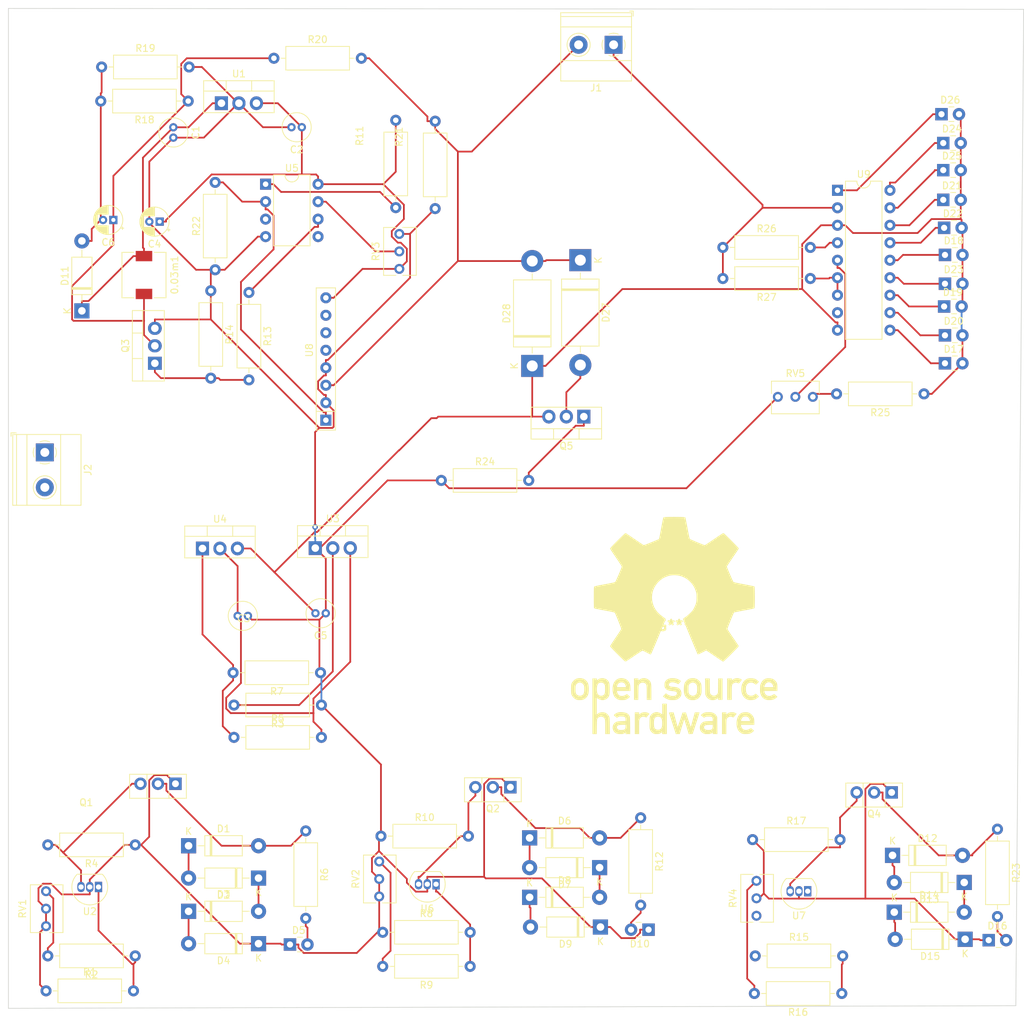
<source format=kicad_pcb>
(kicad_pcb (version 20211014) (generator pcbnew)
  (layers (0 "F.Cu" signal) (31 "B.Cu" power) (34 "B.Paste" user) (35 "F.Paste" user) (36 "B.SilkS" user "B.Silkscreen") (37 "F.SilkS" user "F.Silkscreen") (38 "B.Mask" user) (39 "F.Mask" user) (44 "Edge.Cuts" user))
  (net 0 "")
  (net 1 "+12V")
  (net 2 "Net-(0.03m1-Pad2)")
  (net 3 "+BATT")
  (net 4 "+5V")
  (net 5 "Net-(C3-Pad2)")
  (net 6 "Net-(C5-Pad2)")
  (net 7 "Net-(C6-Pad2)")
  (net 8 "Net-(D1-Pad1)")
  (net 9 "Net-(D1-Pad2)")
  (net 10 "Net-(D2-Pad1)")
  (net 11 "Net-(D3-Pad1)")
  (net 12 "Net-(D5-Pad2)")
  (net 13 "Net-(D6-Pad1)")
  (net 14 "Net-(D6-Pad2)")
  (net 15 "Net-(D7-Pad1)")
  (net 16 "Net-(D8-Pad1)")
  (net 17 "Net-(D10-Pad2)")
  (net 18 "Net-(D12-Pad1)")
  (net 19 "Net-(D12-Pad2)")
  (net 20 "Net-(D13-Pad1)")
  (net 21 "Net-(D14-Pad1)")
  (net 22 "Net-(D16-Pad2)")
  (net 23 "LED10")
  (net 24 "LED6")
  (net 25 "LED8")
  (net 26 "LED9")
  (net 27 "LED4")
  (net 28 "LED5")
  (net 29 "LED7")
  (net 30 "LED2")
  (net 31 "LED3")
  (net 32 "LED1")
  (net 33 "Net-(D27-Pad1)")
  (net 34 "Net-(Q5-Pad2)")
  (net 35 "Net-(Q1-Pad3)")
  (net 36 "Net-(Q2-Pad3)")
  (net 37 "Net-(Q3-Pad1)")
  (net 38 "Net-(Q4-Pad3)")
  (net 39 "Net-(Q5-Pad1)")
  (net 40 "Net-(R1-Pad2)")
  (net 41 "Net-(R2-Pad2)")
  (net 42 "Net-(R3-Pad2)")
  (net 43 "Net-(R5-Pad1)")
  (net 44 "Net-(R8-Pad2)")
  (net 45 "Net-(R9-Pad2)")
  (net 46 "PB5")
  (net 47 "PB1")
  (net 48 "Net-(R15-Pad2)")
  (net 49 "Net-(R16-Pad2)")
  (net 50 "PB3")
  (net 51 "Net-(R25-Pad2)")
  (net 52 "Net-(U9-Pad4)")
  (net 53 "Net-(U9-Pad6)")
  (net 54 "PB2")
  (net 55 "Net-(U9-Pad5)")
  (net 61 "+")
  (net 62 "-")
  (footprint "LED_THT:LED_Rectangular_W3.0mm_H2.0mm" (layer "F.Cu") (at 147.828 31.623)
    (fp_text reference "D24")
    (fp_text value "LED")
  )
  (footprint "Resistor_THT:R_Axial_DIN0309_L9.0mm_D3.2mm_P12.70mm_Horizontal" (layer "F.Cu") (at 79.121 151.257 180)
    (fp_text reference "R9")
    (fp_text value "20k")
  )
  (footprint "LED_THT:LED_Rectangular_W3.0mm_H2.0mm" (layer "F.Cu") (at 52.954 148.082)
    (fp_text reference "D5")
    (fp_text value "LED")
  )
  (footprint "Resistor_THT:R_Axial_DIN0309_L9.0mm_D3.2mm_P12.70mm_Horizontal" (layer "F.Cu") (at 68.316 41.011 90)
    (fp_text reference "R11")
    (fp_text value "10k")
  )
  (footprint "Diode_THT:D_DO-41_SOD81_P10.16mm_Horizontal" (layer "F.Cu") (at 150.876 139.065 180)
    (fp_text reference "D13")
    (fp_text value "1N4007")
  )
  (footprint "Diode_THT:D_DO-41_SOD81_P10.16mm_Horizontal" (layer "F.Cu") (at 140.462 135.128)
    (fp_text reference "D12")
    (fp_text value "1N4007")
  )
  (footprint "Capacitor_THT:C_Radial_D4.0mm_H5.0mm_P1.50mm" (layer "F.Cu") (at 46.851 100.33 180)
    (fp_text reference "C3")
    (fp_text value "100u")
  )
  (footprint "Resistor_THT:R_Axial_DIN0309_L9.0mm_D3.2mm_P12.70mm_Horizontal" (layer "F.Cu") (at 145.034 68.072 180)
    (fp_text reference "R25")
    (fp_text value "56k")
  )
  (footprint "Resistor_THT:R_Array_SIP8" (layer "F.Cu") (at 58.166 71.892 90)
    (fp_text reference "U8")
    (fp_text value "MCP602")
  )
  (footprint "Resistor_THT:R_Axial_DIN0309_L9.0mm_D3.2mm_P12.70mm_Horizontal" (layer "F.Cu") (at 50.62 19.304)
    (fp_text reference "R20")
    (fp_text value "20k")
  )
  (footprint "Package_TO_SOT_THT:TO-92_Inline" (layer "F.Cu") (at 74.168 139.319 180)
    (fp_text reference "U6")
    (fp_text value "TL431LP")
  )
  (footprint "LED_THT:LED_Rectangular_W3.0mm_H2.0mm" (layer "F.Cu") (at 147.574 27.432)
    (fp_text reference "D26")
    (fp_text value "LED")
  )
  (footprint "LED_THT:LED_Rectangular_W3.0mm_H2.0mm" (layer "F.Cu") (at 147.955 55.372)
    (fp_text reference "D19")
    (fp_text value "LED")
  )
  (footprint "Diode_THT:D_DO-201AD_P15.24mm_Horizontal" (layer "F.Cu") (at 95.123 48.641 -90)
    (fp_text reference "D27")
    (fp_text value "1N5822")
  )
  (footprint "Diode_THT:D_DO-41_SOD81_P10.16mm_Horizontal" (layer "F.Cu") (at 22.733 56.007 90)
    (fp_text reference "D11")
    (fp_text value "1N5819")
  )
  (footprint "LED_THT:LED_Rectangular_W3.0mm_H2.0mm" (layer "F.Cu") (at 148.077 59.563)
    (fp_text reference "D20")
    (fp_text value "LED")
  )
  (footprint "TerminalBlock_Phoenix:TerminalBlock_Phoenix_MKDS-1,5-2-5.08_1x02_P5.08mm_Horizontal" (layer "F.Cu") (at 99.954 17.348 180)
    (fp_text reference "J1")
    (fp_text value "input")
  )
  (footprint "LED_THT:LED_Rectangular_W3.0mm_H2.0mm" (layer "F.Cu") (at 148.077 63.627)
    (fp_text reference "D17")
    (fp_text value "LED")
  )
  (footprint "Potentiometer_THT:Potentiometer_Bourns_3266Y_Vertical" (layer "F.Cu") (at 68.834 44.831 90)
    (fp_text reference "RV3")
    (fp_text value "100k")
  )
  (footprint "Resistor_THT:R_Axial_DIN0309_L9.0mm_D3.2mm_P12.70mm_Horizontal" (layer "F.Cu") (at 115.824 46.793)
    (fp_text reference "R26")
    (fp_text value "R")
  )
  (footprint "Diode_THT:D_DO-41_SOD81_P10.16mm_Horizontal" (layer "F.Cu") (at 140.716 143.383)
    (fp_text reference "D14")
    (fp_text value "1N4007")
  )
  (footprint "Diode_THT:D_DO-41_SOD81_P10.16mm_Horizontal" (layer "F.Cu") (at 87.757 132.588)
    (fp_text reference "D6")
    (fp_text value "1N4007")
  )
  (footprint "Resistor_THT:R_Axial_DIN0309_L9.0mm_D3.2mm_P12.70mm_Horizontal" (layer "F.Cu") (at 55.245 131.572 -90)
    (fp_text reference "R6")
    (fp_text value "330")
  )
  (footprint "Diode_THT:D_DO-41_SOD81_P10.16mm_Horizontal" (layer "F.Cu") (at 48.387 138.43 180)
    (fp_text reference "D2")
    (fp_text value "1N4007")
  )
  (footprint "Package_TO_SOT_THT:TO-220-3_Vertical" (layer "F.Cu") (at 56.63 90.48)
    (fp_text reference "U3")
    (fp_text value "LM317_TO-220")
  )
  (footprint "Package_TO_SOT_THT:TO-220-3_Vertical" (layer "F.Cu") (at 40.247 90.536)
    (fp_text reference "U4")
    (fp_text value "LM317_TO-220")
  )
  (footprint "Resistor_THT:R_Axial_DIN0309_L9.0mm_D3.2mm_P12.70mm_Horizontal" (layer "F.Cu") (at 25.601 20.574)
    (fp_text reference "R19")
    (fp_text value "20k")
  )
  (footprint "Diode_THT:D_DO-41_SOD81_P10.16mm_Horizontal" (layer "F.Cu") (at 87.757 141.224)
    (fp_text reference "D8")
    (fp_text value "1N4007")
  )
  (footprint "Resistor_THT:R_Axial_DIN0309_L9.0mm_D3.2mm_P12.70mm_Horizontal" (layer "F.Cu") (at 38.174 25.527 180)
    (fp_text reference "R18")
    (fp_text value "LOAD")
  )
  (footprint "Diode_THT:D_DO-41_SOD81_P10.16mm_Horizontal" (layer "F.Cu") (at 98.044 145.542 180)
    (fp_text reference "D9")
    (fp_text value "1N4007")
  )
  (footprint "TerminalBlock_Phoenix:TerminalBlock_Phoenix_MKDS-1,5-2-5.08_1x02_P5.08mm_Horizontal" (layer "F.Cu") (at 17.348 76.576 -90)
    (fp_text reference "J2")
    (fp_text value "output")
  )
  (footprint "Package_DIP:DIP-8_W7.62mm" (layer "F.Cu") (at 49.413 37.602)
    (fp_text reference "U5")
    (fp_text value "ATtiny85-20P")
  )
  (footprint "Resistor_THT:R_Axial_DIN0309_L9.0mm_D3.2mm_P12.70mm_Horizontal" (layer "F.Cu") (at 74.93 80.645)
    (fp_text reference "R24")
    (fp_text value "10k")
  )
  (footprint "Diode_THT:D_DO-41_SOD81_P10.16mm_Horizontal" (layer "F.Cu") (at 38.227 133.731)
    (fp_text reference "D1")
    (fp_text value "1N4007")
  )
  (footprint "Capacitor_THT:C_Radial_D4.0mm_H7.0mm_P1.50mm" (layer "F.Cu") (at 58.154 99.949 180)
    (fp_text reference "C5")
    (fp_text value "100u")
  )
  (footprint "Resistor_THT:R_Axial_DIN0309_L9.0mm_D3.2mm_P12.70mm_Horizontal" (layer "F.Cu") (at 120.523 149.733)
    (fp_text reference "R15")
    (fp_text value "20k")
  )
  (footprint "Resistor_THT:R_Axial_DIN0309_L9.0mm_D3.2mm_P12.70mm_Horizontal" (layer "F.Cu") (at 155.702 131.318 -90)
    (fp_text reference "R23")
    (fp_text value "330")
  )
  (footprint "Potentiometer_THT:Potentiometer_Bourns_3266Y_Vertical" (layer "F.Cu") (at 65.913 136.017 90)
    (fp_text reference "RV2")
    (fp_text value "20k")
  )
  (footprint "Package_TO_SOT_THT:TO-220-3_Vertical" (layer "F.Cu") (at 43 25.837)
    (fp_text reference "U1")
    (fp_text value "LM7805_TO220")
  )
  (footprint "Resistor_THT:R_Axial_DIN0309_L9.0mm_D3.2mm_P12.70mm_Horizontal" (layer "F.Cu") (at 133.096 155.194 180)
    (fp_text reference "R16")
    (fp_text value "20k")
  )
  (footprint "Resistor_THT:R_Axial_DIN0309_L9.0mm_D3.2mm_P12.70mm_Horizontal" (layer "F.Cu") (at 30.48 133.604 180)
    (fp_text reference "R4")
    (fp_text value "1k")
  )
  (footprint "LED_THT:LED_Rectangular_W3.0mm_H2.0mm" (layer "F.Cu") (at 148.077 52.07)
    (fp_text reference "D23")
    (fp_text value "LED")
  )
  (footprint "Resistor_THT:R_Axial_DIN0309_L9.0mm_D3.2mm_P12.70mm_Horizontal" (layer "F.Cu") (at 30.48 149.733 180)
    (fp_text reference "R2")
    (fp_text value "20k")
  )
  (footprint "LED_THT:LED_Rectangular_W3.0mm_H2.0mm" (layer "F.Cu") (at 105.029 145.923 180)
    (fp_text reference "D10")
    (fp_text value "LED")
  )
  (footprint "Resistor_THT:R_Axial_DIN0309_L9.0mm_D3.2mm_P12.70mm_Horizontal" (layer "F.Cu") (at 57.519 113.284 180)
    (fp_text reference "R3")
    (fp_text value "R")
  )
  (footprint "Package_TO_SOT_THT:TO-92_Inline" (layer "F.Cu") (at 128.143 140.335 180)
    (fp_text reference "U7")
    (fp_text value "TL431LP")
  )
  (footprint "Resistor_THT:R_Axial_DIN0309_L9.0mm_D3.2mm_P12.70mm_Horizontal" (layer "F.Cu") (at 57.392 108.585 180)
    (fp_text reference "R7")
    (fp_text value "R")
  )
  (footprint "Package_TO_SOT_THT:TO-126-3_Vertical" (layer "F.Cu") (at 84.963 125.222 180)
    (fp_text reference "Q2")
    (fp_text value "BD140")
  )
  (footprint "Resistor_THT:R_Axial_DIN0309_L9.0mm_D3.2mm_P12.70mm_Horizontal" (layer "F.Cu") (at 66.421 146.304)
    (fp_text reference "R8")
    (fp_text value "20k")
  )
  (footprint "Resistor_THT:R_Axial_DIN0309_L9.0mm_D3.2mm_P12.70mm_Horizontal" (layer "F.Cu") (at 46.99 53.34 -90)
    (fp_text reference "R13")
    (fp_text value "10")
  )
  (footprint "Package_DIP:DIP-18_W7.62mm" (layer "F.Cu") (at 132.471 38.491)
    (fp_text reference "U9")
    (fp_text value "LM3914N")
  )
  (footprint "Resistor_THT:R_Axial_DIN0309_L9.0mm_D3.2mm_P12.70mm_Horizontal" (layer "F.Cu") (at 44.819 117.983)
    (fp_text reference "R5")
    (fp_text value "R")
  )
  (footprint "Package_TO_SOT_THT:TO-220-3_Vertical" (layer "F.Cu") (at 33.33 63.627 90)
    (fp_text reference "Q3")
    (fp_text value "IRLZ44N")
  )
  (footprint "Diode_THT:D_DO-41_SOD81_P10.16mm_Horizontal" (layer "F.Cu") (at 38.227 143.256)
    (fp_text reference "D3")
    (fp_text value "1N4007")
  )
  (footprint "Package_TO_SOT_THT:TO-220-3_Vertical" (layer "F.Cu") (at 95.631 71.374 180)
    (fp_text reference "Q5")
    (fp_text value "IRF9540N")
  )
  (footprint "Capacitor_THT:CP_Radial_D4.0mm_P1.50mm" (layer "F.Cu") (at 34.026 43.043 180)
    (fp_text reference "C4")
    (fp_text value "100u")
  )
  (footprint "Resistor_THT:R_Axial_DIN0309_L9.0mm_D3.2mm_P12.70mm_Horizontal" (layer "F.Cu") (at 74.041 41.148 90)
    (fp_text reference "R21")
    (fp_text value "5k1")
  )
  (footprint "Package_TO_SOT_THT:TO-126-3_Vertical" (layer "F.Cu") (at 36.322 124.72 180)
    (fp_text reference "Q1")
    (fp_text value "BD140")
  )
  (footprint "LED_THT:LED_Rectangular_W3.0mm_H2.0mm" (layer "F.Cu") (at 154.427 147.447)
    (fp_text reference "D16")
    (fp_text value "LED")
  )
  (footprint "Resistor_THT:R_Axial_DIN0309_L9.0mm_D3.2mm_P12.70mm_Horizontal" (layer "F.Cu") (at 17.526 154.813)
    (fp_text reference "R1")
    (fp_text value "20k")
  )
  (footprint "LED_THT:LED_Rectangular_W3.0mm_H2.0mm" (layer "F.Cu") (at 147.828 35.56)
    (fp_text reference "D25")
    (fp_text value "LED")
  )
  (footprint "Inductor_SMD:L_6.3x6.3_H3" (layer "F.Cu") (at 31.75 50.8 -90)
    (fp_text reference "0.03m1")
    (fp_text value "L")
  )
  (footprint "Resistor_THT:R_Axial_DIN0309_L9.0mm_D3.2mm_P12.70mm_Horizontal" (layer "F.Cu") (at 42.09 50.038 90)
    (fp_text reference "R22")
    (fp_text value "5k1")
  )
  (footprint "LED_THT:LED_Rectangular_W3.0mm_H2.0mm" (layer "F.Cu") (at 148.082 47.879)
    (fp_text reference "D18")
    (fp_text value "LED")
  )
  (footprint "Resistor_THT:R_Axial_DIN0309_L9.0mm_D3.2mm_P12.70mm_Horizontal" (layer "F.Cu") (at 128.524 51.308 180)
    (fp_text reference "R27")
    (fp_text value "4k7")
  )
  (footprint "Package_TO_SOT_THT:TO-92_Inline" (layer "F.Cu") (at 25.146 139.721 180)
    (fp_text reference "U2")
    (fp_text value "TL431LP")
  )
  (footprint "Diode_THT:D_DO-41_SOD81_P10.16mm_Horizontal" (layer "F.Cu") (at 151.003 147.32 180)
    (fp_text reference "D15")
    (fp_text value "1N4007")
  )
  (footprint "LED_THT:LED_Rectangular_W3.0mm_H2.0mm" (layer "F.Cu") (at 147.828 39.878)
    (fp_text reference "D21")
    (fp_text value "LED")
  )
  (footprint "Resistor_THT:R_Axial_DIN0309_L9.0mm_D3.2mm_P12.70mm_Horizontal" (layer "F.Cu") (at 103.886 129.667 -90)
    (fp_text reference "R12")
    (fp_text value "330")
  )
  (footprint "Resistor_THT:R_Axial_DIN0309_L9.0mm_D3.2mm_P12.70mm_Horizontal" (layer "F.Cu") (at 66.167 132.334)
    (fp_text reference "R10")
    (fp_text value "1k")
  )
  (footprint "Potentiometer_THT:Potentiometer_Bourns_3266Y_Vertical" (layer "F.Cu") (at 17.526 140.335 90)
    (fp_text reference "RV1")
    (fp_text value "20k")
  )
  (footprint "LED_THT:LED_Rectangular_W3.0mm_H2.0mm" (layer "F.Cu") (at 147.955 43.942)
    (fp_text reference "D22")
    (fp_text value "LED")
  )
  (footprint "Potentiometer_THT:Potentiometer_Bourns_3266Y_Vertical" (layer "F.Cu") (at 128.89 68.505)
    (fp_text reference "RV5")
    (fp_text value "10k")
  )
  (footprint "Resistor_THT:R_Axial_DIN0309_L9.0mm_D3.2mm_P12.70mm_Horizontal" (layer "F.Cu") (at 120.142 132.842)
    (fp_text reference "R17")
    (fp_text value "1k")
  )
  (footprint "Diode_THT:D_DO-41_SOD81_P10.16mm_Horizontal" (layer "F.Cu") (at 97.917 136.906 180)
    (fp_text reference "D7")
    (fp_text value "1N4007")
  )
  (footprint "Diode_THT:D_DO-201AD_P15.24mm_Horizontal" (layer "F.Cu") (at 88.138 64.008 90)
    (fp_text reference "D28")
    (fp_text value "1N5822")
  )
  (footprint "Package_TO_SOT_THT:TO-126-3_Vertical" (layer "F.Cu") (at 140.335 125.984 180)
    (fp_text reference "Q4")
    (fp_text value "BD140")
  )
  (footprint "Diode_THT:D_DO-41_SOD81_P10.16mm_Horizontal" (layer "F.Cu") (at 48.387 147.955 180)
    (fp_text reference "D4")
    (fp_text value "1N4007")
  )
  (footprint "Capacitor_THT:C_Radial_D4.0mm_H5.0mm_P1.50mm" (layer "F.Cu") (at 54.674 29.327 180)
    (fp_text reference "C2")
    (fp_text value "100n")
  )
  (footprint "Resistor_THT:R_Axial_DIN0309_L9.0mm_D3.2mm_P12.70mm_Horizontal" (layer "F.Cu") (at 41.455 53.086 -90)
    (fp_text reference "R14")
    (fp_text value "10k")
  )
  (footprint "Potentiometer_THT:Potentiometer_Bourns_3266Y_Vertical" (layer "F.Cu") (at 120.702 138.826 90)
    (fp_text reference "RV4")
    (fp_text value "20k")
  )
  (footprint "Capacitor_THT:CP_Radial_D4.0mm_P1.50mm" (layer "F.Cu") (at 27.305 42.799 180)
    (fp_text reference "C6")
    (fp_text value "220u")
  )
  (footprint "Capacitor_THT:C_Radial_D4.0mm_H5.0mm_P1.50mm" (layer "F.Cu") (at 36.015 29.337 -90)
    (fp_text reference "C1")
    (fp_text value "100n")
  )
  (footprint "LOGO" (layer "F.Cu") (at 108.712 101.727)
    (fp_text reference "G***")
    (fp_text value "LOGO" hide)
  )
  (gr_line (start 12.065 12.065) (end 12.065 157.353) (layer "Edge.Cuts") (width 0.1))
  (gr_line (start 158.369 156.972) (end 159.512 12.192) (layer "Edge.Cuts") (width 0.1))
  (gr_line (start 12.065 157.353) (end 158.369 156.972) (layer "Edge.Cuts") (width 0.1))
  (gr_line (start 159.512 12.192) (end 12.065 12.065) (layer "Edge.Cuts") (width 0.1))
  (segment (start 22.733 56.007) (end 22.733 54.5817) (width 0.25) (layer "F.Cu") (net 1))
  (segment (start 31.5989 33.7531) (end 31.5989 46.8236) (width 0.25) (layer "F.Cu") (net 1))
  (segment (start 30.2247 48.05) (end 23.693 54.5817) (width 0.25) (layer "F.Cu") (net 1))
  (segment (start 31.75 48.05) (end 31.75 46.9747) (width 0.25) (layer "F.Cu") (net 1))
  (segment (start 31.75 48.05) (end 30.2247 48.05) (width 0.25) (layer "F.Cu") (net 1))
  (segment (start 31.5989 46.8236) (end 31.75 46.9747) (width 0.25) (layer "F.Cu") (net 1))
  (segment (start 41.7222 25.837) (end 38.2222 29.337) (width 0.25) (layer "F.Cu") (net 1))
  (segment (start 38.2222 29.337) (end 36.015 29.337) (width 0.25) (layer "F.Cu") (net 1))
  (segment (start 43 25.837) (end 41.7222 25.837) (width 0.25) (layer "F.Cu") (net 1))
  (segment (start 36.015 29.337) (end 31.5989 33.7531) (width 0.25) (layer "F.Cu") (net 1))
  (segment (start 23.693 54.5817) (end 22.733 54.5817) (width 0.25) (layer "F.Cu") (net 1))
  (segment (start 21.5156 57.4556) (end 21.3076 57.2476) (width 0.25) (layer "F.Cu") (net 2))
  (segment (start 38.174 25.527) (end 27.305 36.396) (width 0.25) (layer "F.Cu") (net 2))
  (segment (start 37.1618 20.1129) (end 37.9707 19.304) (width 0.25) (layer "F.Cu") (net 2))
  (segment (start 31.75 59.507) (end 31.75 57.4556) (width 0.25) (layer "F.Cu") (net 2))
  (segment (start 37.1618 24.5148) (end 37.1618 20.1129) (width 0.25) (layer "F.Cu") (net 2))
  (segment (start 21.3076 57.2476) (end 21.3076 52.3974) (width 0.25) (layer "F.Cu") (net 2))
  (segment (start 37.9707 19.304) (end 50.62 19.304) (width 0.25) (layer "F.Cu") (net 2))
  (segment (start 38.174 25.527) (end 37.1618 24.5148) (width 0.25) (layer "F.Cu") (net 2))
  (segment (start 31.75 57.4556) (end 21.5156 57.4556) (width 0.25) (layer "F.Cu") (net 2))
  (segment (start 27.305 36.396) (end 27.305 42.799) (width 0.25) (layer "F.Cu") (net 2))
  (segment (start 27.305 46.4) (end 27.305 42.799) (width 0.25) (layer "F.Cu") (net 2))
  (segment (start 21.3076 52.3974) (end 27.305 46.4) (width 0.25) (layer "F.Cu") (net 2))
  (segment (start 31.75 57.4556) (end 31.75 53.55) (width 0.25) (layer "F.Cu") (net 2))
  (segment (start 33.33 61.087) (end 31.75 59.507) (width 0.25) (layer "F.Cu") (net 2))
  (segment (start 136.525 125.4802) (end 136.525 141.4103) (width 0.25) (layer "F.Cu") (net 3))
  (segment (start 74.93 80.645) (end 76.0671 81.7821) (width 0.25) (layer "F.Cu") (net 3))
  (segment (start 59.2913 70.4773) (end 58.166 69.352) (width 0.25) (layer "F.Cu") (net 3))
  (segment (start 65.8798 132.6212) (end 65.8798 134.4969) (width 0.25) (layer "F.Cu") (net 3))
  (segment (start 99.954 18.9733) (end 121.586 40.6053) (width 0.25) (layer "F.Cu") (net 3))
  (segment (start 121.0616 141.366) (end 120.702 141.366) (width 0.25) (layer "F.Cu") (net 3))
  (segment (start 40.447 30.837) (end 44.7963 26.4877) (width 0.25) (layer "F.Cu") (net 3))
  (segment (start 70.3965 44.7925) (end 70.3965 44.831) (width 0.25) (layer "F.Cu") (net 3))
  (segment (start 18.2332 139.2446) (end 17.089 139.2446) (width 0.25) (layer "F.Cu") (net 3))
  (segment (start 16.6546 153.9416) (end 17.526 154.813) (width 0.25) (layer "F.Cu") (net 3))
  (segment (start 70.3965 51.1975) (end 58.4473 63.1467) (width 0.25) (layer "F.Cu") (net 3))
  (segment (start 62.6557 149.3073) (end 54.945 149.3073) (width 0.25) (layer "F.Cu") (net 3))
  (segment (start 17.089 139.2446) (end 16.428 139.9056) (width 0.25) (layer "F.Cu") (net 3))
  (segment (start 53.174 29.327) (end 49.03 29.327) (width 0.25) (layer "F.Cu") (net 3))
  (segment (start 105.029 145.923) (end 103.8037 145.923) (width 0.25) (layer "F.Cu") (net 3))
  (segment (start 19.7849 140.7963) (end 18.2332 139.2446) (width 0.25) (layer "F.Cu") (net 3))
  (segment (start 97.3314 145.542) (end 98.044 145.542) (width 0.25) (layer "F.Cu") (net 3))
  (segment (start 41.455 57.2573) (end 33.3419 57.2573) (width 0.25) (layer "F.Cu") (net 3))
  (segment (start 33.33 58.547) (end 33.33 57.2692) (width 0.25) (layer "F.Cu") (net 3))
  (segment (start 58.166 65.3973) (end 57.8847 65.3973) (width 0.25) (layer "F.Cu") (net 3))
  (segment (start 52.954 148.082) (end 54.1793 148.082) (width 0.25) (layer "F.Cu") (net 3))
  (segment (start 121.7619 134.4619) (end 121.7619 140.6657) (width 0.25) (layer "F.Cu") (net 3))
  (segment (start 64.8621 135.5147) (end 65.8799 134.4969) (width 0.25) (layer "F.Cu") (net 3))
  (segment (start 66.167 146.304) (end 65.913 146.05) (width 0.25) (layer "F.Cu") (net 3))
  (segment (start 16.6546 146.2864) (end 16.6546 153.9416) (width 0.25) (layer "F.Cu") (net 3))
  (segment (start 36.322 124.72) (end 35.074 123.472) (width 0.25) (layer "F.Cu") (net 3))
  (segment (start 64.8621 137.5061) (end 64.8621 135.5147) (width 0.25) (layer "F.Cu") (net 3))
  (segment (start 16.428 139.9056) (end 16.428 141.777) (width 0.25) (layer "F.Cu") (net 3))
  (segment (start 32.526 34.326) (end 32.526 43.043) (width 0.25) (layer "F.Cu") (net 3))
  (segment (start 67.1261 80.645) (end 74.93 80.645) (width 0.25) (layer "F.Cu") (net 3))
  (segment (start 57.8846 68.2267) (end 58.166 68.2267) (width 0.25) (layer "F.Cu") (net 3))
  (segment (start 57.0407 66.2413) (end 57.0407 67.3828) (width 0.25) (layer "F.Cu") (net 3))
  (segment (start 69.9282 139.0954) (end 71.2271 140.3943) (width 0.25) (layer "F.Cu") (net 3))
  (segment (start 57.519 113.284) (end 66.167 121.932) (width 0.25) (layer "F.Cu") (net 3))
  (segment (start 49.413 45.222) (end 48.2877 45.222) (width 0.25) (layer "F.Cu") (net 3))
  (segment (start 65.8798 134.4969) (end 65.8799 134.4969) (width 0.25) (layer "F.Cu") (net 3))
  (segment (start 58.154 92.004) (end 58.154 99.949) (width 0.25) (layer "F.Cu") (net 3))
  (segment (start 81.153 124.7437) (end 81.9369 123.9598) (width 0.25) (layer "F.Cu") (net 3))
  (segment (start 59.1282 73.0174) (end 59.2913 72.8543) (width 0.25) (layer "F.Cu") (net 3))
  (segment (start 137.2692 124.736) (end 136.525 125.4802) (width 0.25) (layer "F.Cu") (net 3))
  (segment (start 103.038 147.1483) (end 103.8037 146.3826) (width 0.25) (layer "F.Cu") (net 3))
  (segment (start 121.586 41.031) (end 132.471 41.031) (width 0.25) (layer "F.Cu") (net 3))
  (segment (start 96.6187 145.542) (end 89.5456 138.4689) (width 0.25) (layer "F.Cu") (net 3))
  (segment (start 72.898 139.319) (end 72.898 138.2437) (width 0.25) (layer "F.Cu") (net 3))
  (segment (start 57.0407 67.3828) (end 57.8846 68.2267) (width 0.25) (layer "F.Cu") (net 3))
  (segment (start 81.3783 138.4689) (end 81.153 138.2436) (width 0.25) (layer "F.Cu") (net 3))
  (segment (start 97.3314 145.542) (end 96.6187 145.542) (width 0.25) (layer "F.Cu") (net 3))
  (segment (start 139.087 124.736) (end 137.2692 124.736) (width 0.25) (layer "F.Cu") (net 3))
  (segment (start 57.2286 100.8744) (end 58.154 99.949) (width 0.25) (layer "F.Cu") (net 3))
  (segment (start 121.586 40.6053) (end 121.586 41.031) (width 0.25) (layer "F.Cu") (net 3))
  (segment (start 69.9282 138.5453) (end 69.9282 139.0954) (width 0.25) (layer "F.Cu") (net 3))
  (segment (start 57.2151 73.0174) (end 59.1282 73.0174) (width 0.25) (layer "F.Cu") (net 3))
  (segment (start 98.044 145.542) (end 99.4693 145.542) (width 0.25) (layer "F.Cu") (net 3))
  (segment (start 65.8799 134.4969) (end 69.9282 138.5453) (width 0.25) (layer "F.Cu") (net 3))
  (segment (start 72.8981 138.2436) (end 72.898 138.2437) (width 0.25) (layer "F.Cu") (net 3))
  (segment (start 36.015 30.837) (end 32.526 34.326) (width 0.25) (layer "F.Cu") (net 3))
  (segment (start 51.6017 147.955) (end 48.387 147.955) (width 0.25) (layer "F.Cu") (net 3))
  (segment (start 65.913 138.557) (end 65.913 141.097) (width 0.25) (layer "F.Cu") (net 3))
  (segment (start 56.6026 73.6299) (end 57.2151 73.0174) (width 0.25) (layer "F.Cu") (net 3))
  (segment (start 36.015 30.837) (end 40.447 30.837) (width 0.25) (layer "F.Cu") (net 3))
  (segment (start 49.03 29.327) (end 45.54 25.837) (width 0.25) (layer "F.Cu") (net 3))
  (segment (start 46.851 100.33) (end 47.3954 100.8744) (width 0.25) (layer "F.Cu") (net 3))
  (segment (start 54.945 149.3073) (end 54.1793 148.5416) (width 0.25) (layer "F.Cu") (net 3))
  (segment (start 81.9369 123.9598) (end 83.7008 123.9598) (width 0.25) (layer "F.Cu") (net 3))
  (segment (start 48.387 147.955) (end 45.6831 147.955) (width 0.25) (layer "F.Cu") (net 3))
  (segment (start 74.041 41.148) (end 70.3965 44.7925) (width 0.25) (layer "F.Cu") (net 3))
  (segment (start 76.0671 81.7821) (end 110.5329 81.7821) (width 0.25) (layer "F.Cu") (net 3))
  (segment (start 115.824 51.308) (end 115.824 46.793) (width 0.25) (layer "F.Cu") (net 3))
  (segment (start 149.5777 147.32) (end 143.668 141.4103) (width 0.25) (layer "F.Cu") (net 3))
  (segment (start 110.5329 81.7821) (end 123.81 68.505) (width 0.25) (layer "F.Cu") (net 3))
  (segment (start 58.166 64.272) (end 58.166 63.1467) (width 0.25) (layer "F.Cu") (net 3))
  (segment (start 101.0756 147.1483) (end 103.038 147.1483) (width 0.25) (layer "F.Cu") (net 3))
  (segment (start 31.3321 133.604) (end 30.48 133.604) (width 0.25) (layer "F.Cu") (net 3))
  (segment (start 136.525 141.4103) (end 126.873 141.4103) (width 0.25) (layer "F.Cu") (net 3))
  (segment (start 70.3965 44.831) (end 70.3965 51.1975) (width 0.25) (layer "F.Cu") (net 3))
  (segment (start 115.824 46.793) (end 121.586 41.031) (width 0.25) (layer "F.Cu") (net 3))
  (segment (start 99.954 17.348) (end 99.954 18.9733) (width 0.25) (layer "F.Cu") (net 3))
  (segment (start 70.3965 44.831) (end 68.834 44.831) (width 0.25) (layer "F.Cu") (net 3))
  (segment (start 66.421 146.304) (end 66.167 146.304) (width 0.25) (layer "F.Cu") (net 3))
  (segment (start 17.526 145.415) (end 16.6546 146.2864) (width 0.25) (layer "F.Cu") (net 3))
  (segment (start 71.2271 140.3943) (end 72.898 140.3943) (width 0.25) (layer "F.Cu") (net 3))
  (segment (start 52.954 148.082) (end 51.7287 148.082) (width 0.25) (layer "F.Cu") (net 3))
  (segment (start 45.6831 147.955) (end 31.3321 133.604) (width 0.25) (layer "F.Cu") (net 3))
  (segment (start 57.2286 108.4216) (end 57.2286 100.8744) (width 0.25) (layer "F.Cu") (net 3))
  (segment (start 103.8037 146.3826) (end 103.8037 145.923) (width 0.25) (layer "F.Cu") (net 3))
  (segment (start 44.7963 25.837) (end 44.7963 25.2187) (width 0.25) (layer "F.Cu") (net 3))
  (segment (start 41.455 50.038) (end 42.09 50.038) (width 0.25) (layer "F.Cu") (net 3))
  (segment (start 59.2913 72.8543) (end 59.2913 70.4773) (width 0.25) (layer "F.Cu") (net 3))
  (segment (start 56.6026 87.4155) (end 56.6026 73.6299) (width 0.25) (layer "F.Cu") (net 3))
  (segment (start 33.2562 123.472) (end 32.5121 124.2161) (width 0.25) (layer "F.Cu") (net 3))
  (segment (start 153.2017 147.447) (end 153.0747 147.32) (width 0.25) (layer "F.Cu") (net 3))
  (segment (start 89.5456 138.4689) (end 81.3783 138.4689) (width 0.25) (layer "F.Cu") (net 3))
  (segment (start 143.668 141.4103) (end 136.525 141.4103) (width 0.25) (layer "F.Cu") (net 3))
  (segment (start 44.7963 25.837) (end 45.54 25.837) (width 0.25) (layer "F.Cu") (net 3))
  (segment (start 151.003 147.32) (end 149.5777 147.32) (width 0.25) (layer "F.Cu") (net 3))
  (segment (start 42.09 50.038) (end 43.4717 50.038) (width 0.25) (layer "F.Cu") (net 3))
  (segment (start 121.7619 140.6657) (end 122.5065 141.4103) (width 0.25) (layer "F.Cu") (net 3))
  (segment (start 66.167 132.334) (end 65.8798 132.6212) (width 0.25) (layer "F.Cu") (net 3))
  (segment (start 120.142 132.842) (end 121.7619 134.4619) (width 0.25) (layer "F.Cu") (net 3))
  (segment (start 41.455 50.038) (end 41.455 53.086) (width 0.25) (layer "F.Cu") (net 3))
  (segment (start 41.455 53.086) (end 41.455 57.2573) (width 0.25) (layer "F.Cu") (net 3))
  (segment (start 32.5121 132.424) (end 31.3321 133.604) (width 0.25) (layer "F.Cu") (net 3))
  (segment (start 43.4717 50.038) (end 48.2877 45.222) (width 0.25) (layer "F.Cu") (net 3))
  (segment (start 66.167 121.932) (end 66.167 132.334) (width 0.25) (layer "F.Cu") (net 3))
  (segment (start 40.1516 20.574) (end 38.301 20.574) (width 0.25) (layer "F.Cu") (net 3))
  (segment (start 56.9606 90.8105) (end 67.1261 80.645) (width 0.25) (layer "F.Cu") (net 3))
  (segment (start 32.526 43.2486) (end 39.3154 50.038) (width 0.25) (layer "F.Cu") (net 3))
  (segment (start 56.9606 90.8105) (end 58.154 92.004) (width 0.25) (layer "F.Cu") (net 3))
  (segment (start 39.3154 50.038) (end 41.455 50.038) (width 0.25) (layer "F.Cu") (net 3))
  (segment (start 58.166 69.352) (end 58.166 68.2267) (width 0.25) (layer "F.Cu") (net 3))
  (segment (start 81.153 138.2436) (end 72.8981 138.2436) (width 0.25) (layer "F.Cu") (net 3))
  (segment (start 121.7619 140.6657) (end 121.0616 141.366) (width 0.25) (layer "F.Cu") (net 3))
  (segment (start 58.4473 63.1467) (end 58.166 63.1467) (width 0.25) (layer "F.Cu") (net 3))
  (segment (start 140.335 125.984) (end 139.087 124.736) (width 0.25) (layer "F.Cu") (net 3))
  (segment (start 51.7287 148.082) (end 51.6017 147.955) (width 0.25) (layer "F.Cu") (net 3))
  (segment (start 65.913 146.05) (end 62.6557 149.3073) (width 0.25) (layer "F.Cu") (net 3))
  (segment (start 126.873 140.335) (end 126.873 141.4103) (width 0.25) (layer "F.Cu") (net 3))
  (segment (start 81.153 138.2436) (end 81.153 124.7437) (width 0.25) (layer "F.Cu") (net 3))
  (segment (start 33.3419 57.2573) (end 33.33 57.2692) (width 0.25) (layer "F.Cu") (net 3))
  (segment (start 83.7008 123.9598) (end 84.963 125.222) (width 0.25) (layer "F.Cu") (net 3))
  (segment (start 16.428 141.777) (end 17.526 142.875) (width 0.25) (layer "F.Cu") (net 3))
  (segment (start 122.5065 141.4103) (end 126.873 141.4103) (width 0.25) (layer "F.Cu") (net 3))
  (segment (start 23.876 139.721) (end 23.876 140.7963) (width 0.25) (layer "F.Cu") (net 3))
  (segment (start 57.8847 65.3973) (end 57.0407 66.2413) (width 0.25) (layer "F.Cu") (net 3))
  (segment (start 32.5121 124.2161) (end 32.5121 132.424) (width 0.25) (layer "F.Cu") (net 3))
  (segment (start 23.876 139.721) (end 23.876 138.6457) (width 0.25) (layer "F.Cu") (net 3))
  (segment (start 44.7963 26.4877) (end 44.7963 25.837) (width 0.25) (layer "F.Cu") (net 3))
  (segment (start 57.392 108.585) (end 57.2286 108.4216) (width 0.25) (layer "F.Cu") (net 3))
  (segment (start 65.913 146.05) (end 65.913 141.097) (width 0.25) (layer "F.Cu") (net 3))
  (segment (start 41.455 57.2573) (end 57.2151 73.0174) (width 0.25) (layer "F.Cu") (net 3))
  (segment (start 44.7963 25.2187) (end 40.1516 20.574) (width 0.25) (layer "F.Cu") (net 3))
  (segment (start 56.63 90.48) (end 56.9606 90.8105) (width 0.25) (layer "F.Cu") (net 3))
  (segment (start 28.9177 133.604) (end 23.876 138.6457) (width 0.25) (layer "F.Cu") (net 3))
  (segment (start 30.48 133.604) (end 28.9177 133.604) (width 0.25) (layer "F.Cu") (net 3))
  (segment (start 58.166 64.272) (end 58.166 65.3973) (width 0.25) (layer "F.Cu") (net 3))
  (segment (start 35.074 123.472) (end 33.2562 123.472) (width 0.25) (layer "F.Cu") (net 3))
  (segment (start 17.526 145.415) (end 17.526 142.875) (width 0.25) (layer "F.Cu") (net 3))
  (segment (start 47.3954 100.8744) (end 57.2286 100.8744) (width 0.25) (layer "F.Cu") (net 3))
  (segment (start 99.4693 145.542) (end 101.0756 147.1483) (width 0.25) (layer "F.Cu") (net 3))
  (segment (start 23.876 140.7963) (end 19.7849 140.7963) (width 0.25) (layer "F.Cu") (net 3))
  (segment (start 72.898 139.319) (end 72.898 140.3943) (width 0.25) (layer "F.Cu") (net 3))
  (segment (start 65.913 138.557) (end 64.8621 137.5061) (width 0.25) (layer "F.Cu") (net 3))
  (segment (start 32.526 43.043) (end 32.526 43.2486) (width 0.25) (layer "F.Cu") (net 3))
  (segment (start 154.427 147.447) (end 153.2017 147.447) (width 0.25) (layer "F.Cu") (net 3))
  (segment (start 153.0747 147.32) (end 151.003 147.32) (width 0.25) (layer "F.Cu") (net 3))
  (segment (start 54.1793 148.5416) (end 54.1793 148.082) (width 0.25) (layer "F.Cu") (net 3))
  (via (at 56.6026 87.4155) (size 0.8) (drill 0.4) (layers "F.Cu" "B.Cu") (net 3))
  (segment (start 57.392 108.585) (end 57.519 108.712) (width 0.25) (layer "B.Cu") (net 3))
  (segment (start 56.6026 89.1273) (end 56.6026 87.4155) (width 0.25) (layer "B.Cu") (net 3))
  (segment (start 56.63 90.48) (end 56.63 89.1547) (width 0.25) (layer "B.Cu") (net 3))
  (segment (start 57.519 108.712) (end 57.519 113.284) (width 0.25) (layer "B.Cu") (net 3))
  (segment (start 56.63 89.1547) (end 56.6026 89.1273) (width 0.25) (layer "B.Cu") (net 3))
  (segment (start 69.9248 48.8202) (end 69.9248 46.983) (width 0.25) (layer "F.Cu") (net 4))
  (segment (start 68.834 49.911) (end 69.9248 48.8202) (width 0.25) (layer "F.Cu") (net 4))
  (segment (start 56.7461 36.1898) (end 57.033 36.4767) (width 0.25) (layer "F.Cu") (net 4))
  (segment (start 69.9248 46.983) (end 69.0388 46.097) (width 0.25) (layer "F.Cu") (net 4))
  (segment (start 51.184 25.837) (end 48.08 25.837) (width 0.25) (layer "F.Cu") (net 4))
  (segment (start 54.674 36.1898) (end 56.7461 36.1898) (width 0.25) (layer "F.Cu") (net 4))
  (segment (start 68.6178 46.097) (end 67.7377 45.2169) (width 0.25) (layer "F.Cu") (net 4))
  (segment (start 34.9513 42.8117) (end 41.5732 36.1898) (width 0.25) (layer "F.Cu") (net 4))
  (segment (start 34.026 43.043) (end 34.9513 43.043) (width 0.25) (layer "F.Cu") (net 4))
  (segment (start 67.7377 45.2169) (end 67.7377 44.4222) (width 0.25) (layer "F.Cu") (net 4))
  (segment (start 69.4936 40.591) (end 66.5046 37.602) (width 0.25) (layer "F.Cu") (net 4))
  (segment (start 54.674 29.327) (end 51.184 25.837) (width 0.25) (layer "F.Cu") (net 4))
  (segment (start 67.7377 44.4222) (end 69.4936 42.6663) (width 0.25) (layer "F.Cu") (net 4))
  (segment (start 63.4923 49.911) (end 68.834 49.911) (width 0.25) (layer "F.Cu") (net 4))
  (segment (start 68.316 28.311) (end 68.316 35.7906) (width 0.25) (layer "F.Cu") (net 4))
  (segment (start 59.2913 54.112) (end 63.4923 49.911) (width 0.25) (layer "F.Cu") (net 4))
  (segment (start 66.5046 37.602) (end 57.033 37.602) (width 0.25) (layer "F.Cu") (net 4))
  (segment (start 34.9513 43.043) (end 34.9513 42.8117) (width 0.25) (layer "F.Cu") (net 4))
  (segment (start 58.166 54.112) (end 59.2913 54.112) (width 0.25) (layer "F.Cu") (net 4))
  (segment (start 57.033 37.602) (end 57.033 36.4767) (width 0.25) (layer "F.Cu") (net 4))
  (segment (start 41.5732 36.1898) (end 54.674 36.1898) (width 0.25) (layer "F.Cu") (net 4))
  (segment (start 69.0388 46.097) (end 68.6178 46.097) (width 0.25) (layer "F.Cu") (net 4))
  (segment (start 54.674 36.1898) (end 54.674 29.327) (width 0.25) (layer "F.Cu") (net 4))
  (segment (start 68.316 35.7906) (end 66.5046 37.602) (width 0.25) (layer "F.Cu") (net 4))
  (segment (start 69.4936 42.6663) (end 69.4936 40.591) (width 0.25) (layer "F.Cu") (net 4))
  (segment (start 45.8317 100.8107) (end 45.8317 110.0903) (width 0.25) (layer "F.Cu") (net 5))
  (segment (start 45.8317 110.0903) (end 43.6927 112.2293) (width 0.25) (layer "F.Cu") (net 5))
  (segment (start 56.3605 115.6992) (end 56.3605 114.4579) (width 0.25) (layer "F.Cu") (net 5))
  (segment (start 43.6927 113.8051) (end 44.3455 114.4579) (width 0.25) (layer "F.Cu") (net 5))
  (segment (start 42.787 90.536) (end 45.351 93.1) (width 0.25) (layer "F.Cu") (net 5))
  (segment (start 57.519 116.8577) (end 56.3605 115.6992) (width 0.25) (layer "F.Cu") (net 5))
  (segment (start 57.519 117.983) (end 57.519 116.8577) (width 0.25) (layer "F.Cu") (net 5))
  (segment (start 45.351 100.33) (end 45.8317 100.8107) (width 0.25) (layer "F.Cu") (net 5))
  (segment (start 43.6927 112.2293) (end 43.6927 113.8051) (width 0.25) (layer "F.Cu") (net 5))
  (segment (start 61.71 107.0002) (end 61.71 90.48) (width 0.25) (layer "F.Cu") (net 5))
  (segment (start 44.3455 114.4579) (end 56.3605 114.4579) (width 0.25) (layer "F.Cu") (net 5))
  (segment (start 45.351 93.1) (end 45.351 100.33) (width 0.25) (layer "F.Cu") (net 5))
  (segment (start 56.3605 114.4579) (end 56.3605 112.3497) (width 0.25) (layer "F.Cu") (net 5))
  (segment (start 56.3605 112.3497) (end 61.71 107.0002) (width 0.25) (layer "F.Cu") (net 5))
  (segment (start 101.2301 52.8412) (end 127.3452 52.8412) (width 0.25) (layer "F.Cu") (net 6))
  (segment (start 150.617 59.563) (end 150.617 63.627) (width 0.25) (layer "F.Cu") (net 6))
  (segment (start 88.138 71.374) (end 90.551 71.374) (width 0.25) (layer "F.Cu") (net 6))
  (segment (start 150.617 63.627) (end 146.172 68.072) (width 0.25) (layer "F.Cu") (net 6))
  (segment (start 132.471 58.811) (end 132.471 57.6857) (width 0.25) (layer "F.Cu") (net 6))
  (segment (start 134.7216 44.6963) (end 133.5963 43.571) (width 0.25) (layer "F.Cu") (net 6))
  (segment (start 88.138 71.374) (end 88.138 64.008) (width 0.25) (layer "F.Cu") (net 6))
  (segment (start 68.7653 76.2786) (end 68.809 76.2786) (width 0.25) (layer "F.Cu") (net 6))
  (segment (start 150.368 27.686) (end 150.114 27.432) (width 0.25) (layer "F.Cu") (net 6))
  (segment (start 150.368 31.623) (end 150.368 27.686) (width 0.25) (layer "F.Cu") (net 6))
  (segment (start 150.622 52.065) (end 150.622 47.879) (width 0.25) (layer "F.Cu") (net 6))
  (segment (start 150.617 52.07) (end 150.622 52.065) (width 0.25) (layer "F.Cu") (net 6))
  (segment (start 127.3452 52.8412) (end 132.1897 57.6857) (width 0.25) (layer "F.Cu") (net 6))
  (segment (start 88.138 64.008) (end 90.0633 64.008) (width 0.25) (layer "F.Cu") (net 6))
  (segment (start 45.327 90.536) (end 45.9659 90.536) (width 0.25) (layer "F.Cu") (net 6))
  (segment (start 150.617 55.25) (end 150.617 52.07) (width 0.25) (layer "F.Cu") (net 6))
  (segment (start 150.368 35.56) (end 150.368 31.623) (width 0.25) (layer "F.Cu") (net 6))
  (segment (start 150.495 55.372) (end 150.617 55.25) (width 0.25) (layer "F.Cu") (net 6))
  (segment (start 144.1052 44.6963) (end 134.7216 44.6963) (width 0.25) (layer "F.Cu") (net 6))
  (segment (start 132.471 43.571) (end 130.0843 43.571) (width 0.25) (layer "F.Cu") (net 6))
  (segment (start 90.0633 64.008) (end 101.2301 52.8412) (width 0.25) (layer "F.Cu") (net 6))
  (segment (start 50.6974 93.9923) (end 56.5489 88.1408) (width 0.25) (layer "F.Cu") (net 6))
  (segment (start 146.172 68.072) (end 145.034 68.072) (width 0.25) (layer "F.Cu") (net 6))
  (segment (start 150.495 43.942) (end 150.495 42.798) (width 0.25) (layer "F.Cu") (net 6))
  (segment (start 132.1897 57.6857) (end 132.471 57.6857) (width 0.25) (layer "F.Cu") (net 6))
  (segment (start 150.622 44.069) (end 150.495 43.942) (width 0.25) (layer "F.Cu") (net 6))
  (segment (start 68.809 76.2786) (end 73.4884 71.5992) (width 0.25) (layer "F.Cu") (net 6))
  (segment (start 150.495 42.798) (end 150.368 42.671) (width 0.25) (layer "F.Cu") (net 6))
  (segment (start 127.3452 46.3101) (end 127.3452 52.8412) (width 0.25) (layer "F.Cu") (net 6))
  (segment (start 56.5489 88.1408) (end 56.9031 88.1408) (width 0.25) (layer "F.Cu") (net 6))
  (segment (start 47.241 90.536) (end 50.6974 93.9923) (width 0.25) (layer "F.Cu") (net 6))
  (segment (start 150.368 42.671) (end 146.1305 42.671) (width 0.25) (layer "F.Cu") (net 6))
  (segment (start 130.0843 43.571) (end 127.3452 46.3101) (width 0.25) (layer "F.Cu") (net 6))
  (segment (start 45.9659 90.536) (end 47.241 90.536) (width 0.25) (layer "F.Cu") (net 6))
  (segment (start 133.0192 43.571) (end 132.471 43.571) (width 0.25) (layer "F.Cu") (net 6))
  (segment (start 133.0192 43.571) (end 133.5963 43.571) (width 0.25) (layer "F.Cu") (net 6))
  (segment (start 73.4884 71.5992) (end 74.2611 71.5992) (width 0.25) (layer "F.Cu") (net 6))
  (segment (start 56.9031 88.1408) (end 68.7653 76.2786) (width 0.25) (layer "F.Cu") (net 6))
  (segment (start 150.368 39.878) (end 150.368 35.56) (width 0.25) (layer "F.Cu") (net 6))
  (segment (start 74.4863 71.374) (end 88.138 71.374) (width 0.25) (layer "F.Cu") (net 6))
  (segment (start 150.622 47.879) (end 150.622 44.069) (width 0.25) (layer "F.Cu") (net 6))
  (segment (start 150.368 42.671) (end 150.368 39.878) (width 0.25) (layer "F.Cu") (net 6))
  (segment (start 50.6974 93.9923) (end 56.654 99.949) (width 0.25) (layer "F.Cu") (net 6))
  (segment (start 74.2611 71.5992) (end 74.4863 71.374) (width 0.25) (layer "F.Cu") (net 6))
  (segment (start 146.1305 42.671) (end 144.1052 44.6963) (width 0.25) (layer "F.Cu") (net 6))
  (segment (start 150.617 59.563) (end 150.495 59.441) (width 0.25) (layer "B.Cu") (net 6))
  (segment (start 150.495 59.441) (end 150.495 55.372) (width 0.25) (layer "B.Cu") (net 6))
  (segment (start 25.601 24.2747) (end 25.601 20.574) (width 0.25) (layer "F.Cu") (net 7))
  (segment (start 24.1583 44.1147) (end 25.474 42.799) (width 0.25) (layer "F.Cu") (net 7))
  (segment (start 25.474 25.527) (end 25.474 26.6523) (width 0.25) (layer "F.Cu") (net 7))
  (segment (start 25.474 24.4017) (end 25.601 24.2747) (width 0.25) (layer "F.Cu") (net 7))
  (segment (start 25.805 42.799) (end 25.474 42.799) (width 0.25) (layer "F.Cu") (net 7))
  (segment (start 22.733 45.847) (end 24.1583 45.847) (width 0.25) (layer "F.Cu") (net 7))
  (segment (start 24.1583 45.847) (end 24.1583 44.1147) (width 0.25) (layer "F.Cu") (net 7))
  (segment (start 25.474 25.527) (end 25.474 24.4017) (width 0.25) (layer "F.Cu") (net 7))
  (segment (start 25.474 42.799) (end 25.474 26.6523) (width 0.25) (layer "F.Cu") (net 7))
  (segment (start 38.227 133.731) (end 38.227 138.43) (width 0.25) (layer "F.Cu") (net 8))
  (segment (start 35.0073 125.7156) (end 43.0227 133.731) (width 0.25) (layer "F.Cu") (net 9))
  (segment (start 53.086 133.731) (end 55.245 131.572) (width 0.25) (layer "F.Cu") (net 9))
  (segment (start 48.387 133.731) (end 53.086 133.731) (width 0.25) (layer "F.Cu") (net 9))
  (segment (start 43.0227 133.731) (end 48.387 133.731) (width 0.25) (layer "F.Cu") (net 9))
  (segment (start 35.0073 124.72) (end 35.0073 125.7156) (width 0.25) (layer "F.Cu") (net 9))
  (segment (start 33.782 124.72) (end 35.0073 124.72) (width 0.25) (layer "F.Cu") (net 9))
  (segment (start 48.387 138.43) (end 48.387 143.256) (width 0.25) (layer "F.Cu") (net 10))
  (segment (start 38.227 143.256) (end 38.227 147.955) (width 0.25) (layer "F.Cu") (net 11))
  (segment (start 55.494 148.082) (end 55.494 145.6463) (width 0.25) (layer "F.Cu") (net 12))
  (segment (start 55.245 144.272) (end 55.245 145.3973) (width 0.25) (layer "F.Cu") (net 12))
  (segment (start 55.494 145.6463) (end 55.245 145.3973) (width 0.25) (layer "F.Cu") (net 12))
  (segment (start 87.757 132.588) (end 87.757 136.906) (width 0.25) (layer "F.Cu") (net 13))
  (segment (start 95.0664 131.1627) (end 96.4917 132.588) (width 0.25) (layer "F.Cu") (net 14))
  (segment (start 83.6483 125.222) (end 83.6483 126.2176) (width 0.25) (layer "F.Cu") (net 14))
  (segment (start 97.917 132.588) (end 96.4917 132.588) (width 0.25) (layer "F.Cu") (net 14))
  (segment (start 97.917 132.588) (end 100.965 132.588) (width 0.25) (layer "F.Cu") (net 14))
  (segment (start 82.423 125.222) (end 83.6483 125.222) (width 0.25) (layer "F.Cu") (net 14))
  (segment (start 88.5934 131.1627) (end 95.0664 131.1627) (width 0.25) (layer "F.Cu") (net 14))
  (segment (start 100.965 132.588) (end 103.886 129.667) (width 0.25) (layer "F.Cu") (net 14))
  (segment (start 83.6483 126.2176) (end 88.5934 131.1627) (width 0.25) (layer "F.Cu") (net 14))
  (segment (start 97.917 136.906) (end 97.917 141.224) (width 0.25) (layer "F.Cu") (net 15))
  (segment (start 87.884 142.7763) (end 87.884 145.542) (width 0.25) (layer "F.Cu") (net 16))
  (segment (start 87.757 142.6493) (end 87.884 142.7763) (width 0.25) (layer "F.Cu") (net 16))
  (segment (start 87.757 141.224) (end 87.757 142.6493) (width 0.25) (layer "F.Cu") (net 16))
  (segment (start 102.489 144.8893) (end 103.886 143.4923) (width 0.25) (layer "F.Cu") (net 17))
  (segment (start 102.489 145.923) (end 102.489 144.8893) (width 0.25) (layer "F.Cu") (net 17))
  (segment (start 103.886 142.367) (end 103.886 143.4923) (width 0.25) (layer "F.Cu") (net 17))
  (segment (start 140.462 135.128) (end 140.462 136.5533) (width 0.25) (layer "F.Cu") (net 18))
  (segment (start 140.716 136.8073) (end 140.716 139.065) (width 0.25) (layer "F.Cu") (net 18))
  (segment (start 140.462 136.5533) (end 140.716 136.8073) (width 0.25) (layer "F.Cu") (net 18))
  (segment (start 139.0203 125.984) (end 139.0203 126.9796) (width 0.25) (layer "F.Cu") (net 19))
  (segment (start 147.1687 135.128) (end 150.622 135.128) (width 0.25) (layer "F.Cu") (net 19))
  (segment (start 139.0203 126.9796) (end 147.1687 135.128) (width 0.25) (layer "F.Cu") (net 19))
  (segment (start 152.0473 134.9727) (end 155.702 131.318) (width 0.25) (layer "F.Cu") (net 19))
  (segment (start 137.795 125.984) (end 139.0203 125.984) (width 0.25) (layer "F.Cu") (net 19))
  (segment (start 152.0473 135.128) (end 152.0473 134.9727) (width 0.25) (layer "F.Cu") (net 19))
  (segment (start 150.622 135.128) (end 152.0473 135.128) (width 0.25) (layer "F.Cu") (net 19))
  (segment (start 150.876 139.065) (end 150.876 143.383) (width 0.25) (layer "F.Cu") (net 20))
  (segment (start 140.716 144.8083) (end 140.843 144.9353) (width 0.25) (layer "F.Cu") (net 21))
  (segment (start 140.843 144.9353) (end 140.843 147.32) (width 0.25) (layer "F.Cu") (net 21))
  (segment (start 140.716 143.383) (end 140.716 144.8083) (width 0.25) (layer "F.Cu") (net 21))
  (segment (start 156.967 147.447) (end 155.702 146.182) (width 0.25) (layer "F.Cu") (net 22))
  (segment (start 155.702 146.182) (end 155.702 144.018) (width 0.25) (layer "F.Cu") (net 22))
  (segment (start 140.091 58.811) (end 141.2163 58.811) (width 0.25) (layer "F.Cu") (net 23))
  (segment (start 146.0323 63.627) (end 141.2163 58.811) (width 0.25) (layer "F.Cu") (net 23))
  (segment (start 148.077 63.627) (end 146.0323 63.627) (width 0.25) (layer "F.Cu") (net 23))
  (segment (start 140.091 48.651) (end 141.2163 48.651) (width 0.25) (layer "F.Cu") (net 24))
  (segment (start 141.9883 47.879) (end 141.2163 48.651) (width 0.25) (layer "F.Cu") (net 24))
  (segment (start 148.082 47.879) (end 141.9883 47.879) (width 0.25) (layer "F.Cu") (net 24))
  (segment (start 147.955 55.372) (end 142.8573 55.372) (width 0.25) (layer "F.Cu") (net 25))
  (segment (start 142.8573 55.372) (end 141.2163 53.731) (width 0.25) (layer "F.Cu") (net 25))
  (segment (start 140.091 53.731) (end 141.2163 53.731) (width 0.25) (layer "F.Cu") (net 25))
  (segment (start 148.077 59.563) (end 144.5083 59.563) (width 0.25) (layer "F.Cu") (net 26))
  (segment (start 144.5083 59.563) (end 141.2163 56.271) (width 0.25) (layer "F.Cu") (net 26))
  (segment (start 140.091 56.271) (end 141.2163 56.271) (width 0.25) (layer "F.Cu") (net 26))
  (segment (start 142.9097 43.571) (end 140.091 43.571) (width 0.25) (layer "F.Cu") (net 27))
  (segment (start 147.828 39.878) (end 146.6027 39.878) (width 0.25) (layer "F.Cu") (net 27))
  (segment (start 146.6027 39.878) (end 142.9097 43.571) (width 0.25) (layer "F.Cu") (net 27))
  (segment (start 146.7297 43.942) (end 144.5607 46.111) (width 0.25) (layer "F.Cu") (net 28))
  (segment (start 144.5607 46.111) (end 140.091 46.111) (width 0.25) (layer "F.Cu") (net 28))
  (segment (start 147.955 43.942) (end 146.7297 43.942) (width 0.25) (layer "F.Cu") (net 28))
  (segment (start 142.0953 52.07) (end 141.2163 51.191) (width 0.25) (layer "F.Cu") (net 29))
  (segment (start 148.077 52.07) (end 142.0953 52.07) (width 0.25) (layer "F.Cu") (net 29))
  (segment (start 140.091 51.191) (end 141.2163 51.191) (width 0.25) (layer "F.Cu") (net 29))
  (segment (start 140.86 37.3657) (end 140.091 37.3657) (width 0.25) (layer "F.Cu") (net 30))
  (segment (start 146.6027 31.623) (end 140.86 37.3657) (width 0.25) (layer "F.Cu") (net 30))
  (segment (start 147.828 31.623) (end 146.6027 31.623) (width 0.25) (layer "F.Cu") (net 30))
  (segment (start 140.091 38.491) (end 140.091 37.3657) (width 0.25) (layer "F.Cu") (net 30))
  (segment (start 140.091 41.031) (end 141.2163 41.031) (width 0.25) (layer "F.Cu") (net 31))
  (segment (start 147.828 35.56) (end 146.6027 35.56) (width 0.25) (layer "F.Cu") (net 31))
  (segment (start 146.6027 35.56) (end 146.6027 35.6446) (width 0.25) (layer "F.Cu") (net 31))
  (segment (start 146.6027 35.6446) (end 141.2163 41.031) (width 0.25) (layer "F.Cu") (net 31))
  (segment (start 146.3487 27.432) (end 135.2897 38.491) (width 0.25) (layer "F.Cu") (net 32))
  (segment (start 147.574 27.432) (end 146.3487 27.432) (width 0.25) (layer "F.Cu") (net 32))
  (segment (start 135.2897 38.491) (end 132.471 38.491) (width 0.25) (layer "F.Cu") (net 32))
  (segment (start 77.3353 48.768) (end 59.2913 66.812) (width 0.25) (layer "F.Cu") (net 33))
  (segment (start 77.3353 32.8676) (end 74.041 29.5733) (width 0.25) (layer "F.Cu") (net 33))
  (segment (start 72.9157 27.7744) (end 72.9157 28.448) (width 0.25) (layer "F.Cu") (net 33))
  (segment (start 77.3353 32.8676) (end 79.3544 32.8676) (width 0.25) (layer "F.Cu") (net 33))
  (segment (start 64.4453 19.304) (end 72.9157 27.7744) (width 0.25) (layer "F.Cu") (net 33))
  (segment (start 63.32 19.304) (end 64.4453 19.304) (width 0.25) (layer "F.Cu") (net 33))
  (segment (start 58.166 66.812) (end 59.2913 66.812) (width 0.25) (layer "F.Cu") (net 33))
  (segment (start 90.1903 48.641) (end 90.0633 48.768) (width 0.25) (layer "F.Cu") (net 33))
  (segment (start 79.3544 32.8676) (end 94.874 17.348) (width 0.25) (layer "F.Cu") (net 33))
  (segment (start 88.138 48.768) (end 90.0633 48.768) (width 0.25) (layer "F.Cu") (net 33))
  (segment (start 74.041 28.448) (end 74.041 29.5733) (width 0.25) (layer "F.Cu") (net 33))
  (segment (start 88.138 48.768) (end 77.3353 48.768) (width 0.25) (layer "F.Cu") (net 33))
  (segment (start 74.041 28.448) (end 72.9157 28.448) (width 0.25) (layer "F.Cu") (net 33))
  (segment (start 95.123 48.641) (end 90.1903 48.641) (width 0.25) (layer "F.Cu") (net 33))
  (segment (start 77.3353 48.768) (end 77.3353 32.8676) (width 0.25) (layer "F.Cu") (net 33))
  (segment (start 95.123 65.8063) (end 93.091 67.8383) (width 0.25) (layer "F.Cu") (net 34))
  (segment (start 93.091 67.8383) (end 93.091 71.374) (width 0.25) (layer "F.Cu") (net 34))
  (segment (start 95.123 63.881) (end 95.123 65.8063) (width 0.25) (layer "F.Cu") (net 34))
  (segment (start 17.78 133.604) (end 18.855 133.604) (width 0.25) (layer "F.Cu") (net 35))
  (segment (start 30.0167 124.72) (end 20.019 134.7177) (width 0.25) (layer "F.Cu") (net 35))
  (segment (start 18.855 133.604) (end 18.9053 133.604) (width 0.25) (layer "F.Cu") (net 35))
  (segment (start 20.019 134.7177) (end 22.606 137.3047) (width 0.25) (layer "F.Cu") (net 35))
  (segment (start 18.9053 133.604) (end 20.019 134.7177) (width 0.25) (layer "F.Cu") (net 35))
  (segment (start 31.242 124.72) (end 30.0167 124.72) (width 0.25) (layer "F.Cu") (net 35))
  (segment (start 22.606 137.3047) (end 22.606 139.721) (width 0.25) (layer "F.Cu") (net 35))
  (segment (start 79.883 125.222) (end 79.883 126.4473) (width 0.25) (layer "F.Cu") (net 36))
  (segment (start 78.867 132.334) (end 77.7417 132.334) (width 0.25) (layer "F.Cu") (net 36))
  (segment (start 79.883 126.4473) (end 78.867 127.4633) (width 0.25) (layer "F.Cu") (net 36))
  (segment (start 77.7417 132.334) (end 71.832 138.2437) (width 0.25) (layer "F.Cu") (net 36))
  (segment (start 78.867 127.4633) (end 78.867 132.334) (width 0.25) (layer "F.Cu") (net 36))
  (segment (start 71.628 139.319) (end 71.628 138.2437) (width 0.25) (layer "F.Cu") (net 36))
  (segment (start 71.832 138.2437) (end 71.628 138.2437) (width 0.25) (layer "F.Cu") (net 36))
  (segment (start 42.8343 66.04) (end 42.5803 65.786) (width 0.25) (layer "F.Cu") (net 37))
  (segment (start 34.2112 65.786) (end 33.33 64.9048) (width 0.25) (layer "F.Cu") (net 37))
  (segment (start 33.33 63.627) (end 33.33 64.9048) (width 0.25) (layer "F.Cu") (net 37))
  (segment (start 41.455 65.786) (end 34.2112 65.786) (width 0.25) (layer "F.Cu") (net 37))
  (segment (start 46.99 66.04) (end 42.8343 66.04) (width 0.25) (layer "F.Cu") (net 37))
  (segment (start 41.455 65.786) (end 42.5803 65.786) (width 0.25) (layer "F.Cu") (net 37))
  (segment (start 135.255 127.2093) (end 132.842 129.6223) (width 0.25) (layer "F.Cu") (net 38))
  (segment (start 132.842 129.6223) (end 132.842 132.842) (width 0.25) (layer "F.Cu") (net 38))
  (segment (start 125.603 140.335) (end 125.603 139.2597) (width 0.25) (layer "F.Cu") (net 38))
  (segment (start 132.842 133.9673) (end 130.8954 133.9673) (width 0.25) (layer "F.Cu") (net 38))
  (segment (start 130.8954 133.9673) (end 125.603 139.2597) (width 0.25) (layer "F.Cu") (net 38))
  (segment (start 135.255 125.984) (end 135.255 127.2093) (width 0.25) (layer "F.Cu") (net 38))
  (segment (start 132.842 132.842) (end 132.842 133.9673) (width 0.25) (layer "F.Cu") (net 38))
  (segment (start 95.631 71.374) (end 95.631 72.6993) (width 0.25) (layer "F.Cu") (net 39))
  (segment (start 87.63 80.645) (end 87.63 79.5197) (width 0.25) (layer "F.Cu") (net 39))
  (segment (start 94.4504 72.6993) (end 95.631 72.6993) (width 0.25) (layer "F.Cu") (net 39))
  (segment (start 87.63 79.5197) (end 94.4504 72.6993) (width 0.25) (layer "F.Cu") (net 39))
  (segment (start 30.48 149.733) (end 30.48 150.6593) (width 0.25) (layer "F.Cu") (net 40))
  (segment (start 25.146 146.0413) (end 25.146 139.721) (width 0.25) (layer "F.Cu") (net 40))
  (segment (start 30.226 153.6877) (end 30.226 150.9133) (width 0.25) (layer "F.Cu") (net 40))
  (segment (start 30.48 150.6593) (end 30.226 150.9133) (width 0.25) (layer "F.Cu") (net 40))
  (segment (start 30.226 150.9133) (end 30.018 150.9133) (width 0.25) (layer "F.Cu") (net 40))
  (segment (start 30.018 150.9133) (end 25.146 146.0413) (width 0.25) (layer "F.Cu") (net 40))
  (segment (start 30.226 154.813) (end 30.226 153.6877) (width 0.25) (layer "F.Cu") (net 40))
  (segment (start 17.78 149.733) (end 17.78 148.6077) (width 0.25) (layer "F.Cu") (net 41))
  (segment (start 18.5795 147.8082) (end 18.5795 141.3885) (width 0.25) (layer "F.Cu") (net 41))
  (segment (start 17.78 148.6077) (end 18.5795 147.8082) (width 0.25) (layer "F.Cu") (net 41))
  (segment (start 18.5795 141.3885) (end 17.526 140.335) (width 0.25) (layer "F.Cu") (net 41))
  (segment (start 59.17 108.4019) (end 59.17 90.48) (width 0.25) (layer "F.Cu") (net 42))
  (segment (start 44.819 113.284) (end 54.2879 113.284) (width 0.25) (layer "F.Cu") (net 42))
  (segment (start 54.2879 113.284) (end 59.17 108.4019) (width 0.25) (layer "F.Cu") (net 42))
  (segment (start 44.692 107.4597) (end 40.247 103.0147) (width 0.25) (layer "F.Cu") (net 43))
  (segment (start 44.692 108.585) (end 44.692 107.4597) (width 0.25) (layer "F.Cu") (net 43))
  (segment (start 44.692 108.585) (end 44.692 109.7103) (width 0.25) (layer "F.Cu") (net 43))
  (segment (start 40.247 103.0147) (end 40.247 90.536) (width 0.25) (layer "F.Cu") (net 43))
  (segment (start 43.1924 111.2099) (end 44.692 109.7103) (width 0.25) (layer "F.Cu") (net 43))
  (segment (start 44.819 117.983) (end 43.1924 116.3564) (width 0.25) (layer "F.Cu") (net 43))
  (segment (start 43.1924 116.3564) (end 43.1924 111.2099) (width 0.25) (layer "F.Cu") (net 43))
  (segment (start 74.168 139.319) (end 74.168 140.3943) (width 0.25) (layer "F.Cu") (net 44))
  (segment (start 79.121 146.304) (end 79.121 145.1787) (width 0.25) (layer "F.Cu") (net 44))
  (segment (start 74.3366 140.3943) (end 74.168 140.3943) (width 0.25) (layer "F.Cu") (net 44))
  (segment (start 79.121 146.304) (end 79.121 151.257) (width 0.25) (layer "F.Cu") (net 44))
  (segment (start 79.121 145.1787) (end 74.3366 140.3943) (width 0.25) (layer "F.Cu") (net 44))
  (segment (start 67.5595 148.9932) (end 67.5595 137.6635) (width 0.25) (layer "F.Cu") (net 45))
  (segment (start 66.421 151.257) (end 66.421 150.1317) (width 0.25) (layer "F.Cu") (net 45))
  (segment (start 67.5595 137.6635) (end 65.913 136.017) (width 0.25) (layer "F.Cu") (net 45))
  (segment (start 66.421 150.1317) (end 67.5595 148.9932) (width 0.25) (layer "F.Cu") (net 45))
  (segment (start 66.0323 38.7273) (end 51.6636 38.7273) (width 0.25) (layer "F.Cu") (net 46))
  (segment (start 68.316 41.011) (end 66.0323 38.7273) (width 0.25) (layer "F.Cu") (net 46))
  (segment (start 51.6636 38.7273) (end 50.5383 37.602) (width 0.25) (layer "F.Cu") (net 46))
  (segment (start 49.413 37.602) (end 50.5383 37.602) (width 0.25) (layer "F.Cu") (net 46))
  (segment (start 56.5227 43.8073) (end 57.033 43.8073) (width 0.25) (layer "F.Cu") (net 47))
  (segment (start 46.99 53.34) (end 56.5227 43.8073) (width 0.25) (layer "F.Cu") (net 47))
  (segment (start 57.033 42.682) (end 57.033 43.8073) (width 0.25) (layer "F.Cu") (net 47))
  (segment (start 133.223 149.733) (end 133.223 150.8583) (width 0.25) (layer "F.Cu") (net 48))
  (segment (start 133.223 150.8583) (end 133.096 150.9853) (width 0.25) (layer "F.Cu") (net 48))
  (segment (start 133.096 150.9853) (end 133.096 155.194) (width 0.25) (layer "F.Cu") (net 48))
  (segment (start 119.356 140.172) (end 120.702 138.826) (width 0.25) (layer "F.Cu") (net 49))
  (segment (start 120.396 154.0687) (end 119.356 153.0287) (width 0.25) (layer "F.Cu") (net 49))
  (segment (start 120.396 155.194) (end 120.396 154.0687) (width 0.25) (layer "F.Cu") (net 49))
  (segment (start 119.356 153.0287) (end 119.356 140.172) (width 0.25) (layer "F.Cu") (net 49))
  (segment (start 58.166 70.7667) (end 57.8847 70.7667) (width 0.25) (layer "F.Cu") (net 50))
  (segment (start 50.575 42.148) (end 49.6943 41.2673) (width 0.25) (layer "F.Cu") (net 50))
  (segment (start 57.8847 70.7667) (end 45.8352 58.7172) (width 0.25) (layer "F.Cu") (net 50))
  (segment (start 49.413 40.142) (end 49.413 41.2673) (width 0.25) (layer "F.Cu") (net 50))
  (segment (start 42.09 37.338) (end 43.2153 37.338) (width 0.25) (layer "F.Cu") (net 50))
  (segment (start 58.166 71.892) (end 58.166 70.7667) (width 0.25) (layer "F.Cu") (net 50))
  (segment (start 46.0193 40.142) (end 49.413 40.142) (width 0.25) (layer "F.Cu") (net 50))
  (segment (start 45.8352 51.8057) (end 50.575 47.0659) (width 0.25) (layer "F.Cu") (net 50))
  (segment (start 43.2153 37.338) (end 46.0193 40.142) (width 0.25) (layer "F.Cu") (net 50))
  (segment (start 45.8352 58.7172) (end 45.8352 51.8057) (width 0.25) (layer "F.Cu") (net 50))
  (segment (start 50.575 47.0659) (end 50.575 42.148) (width 0.25) (layer "F.Cu") (net 50))
  (segment (start 49.6943 41.2673) (end 49.413 41.2673) (width 0.25) (layer "F.Cu") (net 50))
  (segment (start 132.334 68.072) (end 129.323 68.072) (width 0.25) (layer "F.Cu") (net 51))
  (segment (start 129.323 68.072) (end 128.89 68.505) (width 0.25) (layer "F.Cu") (net 51))
  (segment (start 128.524 46.793) (end 130.6637 46.793) (width 0.25) (layer "F.Cu") (net 52))
  (segment (start 130.6637 46.793) (end 131.3457 46.111) (width 0.25) (layer "F.Cu") (net 52))
  (segment (start 132.471 46.111) (end 131.3457 46.111) (width 0.25) (layer "F.Cu") (net 52))
  (segment (start 128.524 51.308) (end 131.2287 51.308) (width 0.25) (layer "F.Cu") (net 53))
  (segment (start 132.471 51.191) (end 131.3457 51.191) (width 0.25) (layer "F.Cu") (net 53))
  (segment (start 132.471 53.731) (end 132.471 51.191) (width 0.25) (layer "F.Cu") (net 53))
  (segment (start 131.2287 51.308) (end 131.3457 51.191) (width 0.25) (layer "F.Cu") (net 53))
  (segment (start 65.3873 47.371) (end 58.1583 40.142) (width 0.25) (layer "F.Cu") (net 54))
  (segment (start 57.033 40.142) (end 58.1583 40.142) (width 0.25) (layer "F.Cu") (net 54))
  (segment (start 68.834 47.371) (end 65.3873 47.371) (width 0.25) (layer "F.Cu") (net 54))
  (segment (start 126.35 68.505) (end 133.5963 61.2587) (width 0.25) (layer "F.Cu") (net 55))
  (segment (start 133.5963 50.6202) (end 132.7524 49.7763) (width 0.25) (layer "F.Cu") (net 55))
  (segment (start 132.7524 49.7763) (end 132.471 49.7763) (width 0.25) (layer "F.Cu") (net 55))
  (segment (start 132.471 48.651) (end 132.471 49.7763) (width 0.25) (layer "F.Cu") (net 55))
  (segment (start 133.5963 61.2587) (end 133.5963 50.6202) (width 0.25) (layer "F.Cu") (net 55))
)
</source>
